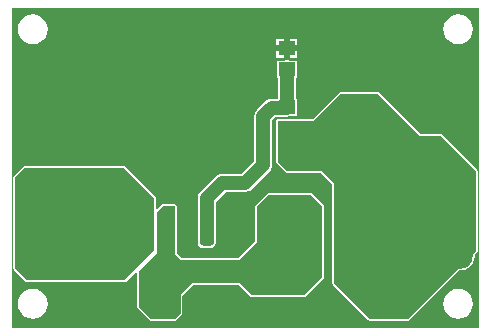
<source format=gtl>
G04*
G04 #@! TF.GenerationSoftware,Altium Limited,Altium Designer,20.2.5 (213)*
G04*
G04 Layer_Physical_Order=1*
G04 Layer_Color=255*
%FSLAX25Y25*%
%MOIN*%
G70*
G04*
G04 #@! TF.SameCoordinates,D13279C3-A8A1-413E-BFD4-EE2126F61682*
G04*
G04*
G04 #@! TF.FilePolarity,Positive*
G04*
G01*
G75*
G04:AMPARAMS|DCode=12|XSize=47.24mil|YSize=121.06mil|CornerRadius=11.81mil|HoleSize=0mil|Usage=FLASHONLY|Rotation=180.000|XOffset=0mil|YOffset=0mil|HoleType=Round|Shape=RoundedRectangle|*
%AMROUNDEDRECTD12*
21,1,0.04724,0.09744,0,0,180.0*
21,1,0.02362,0.12106,0,0,180.0*
1,1,0.02362,-0.01181,0.04872*
1,1,0.02362,0.01181,0.04872*
1,1,0.02362,0.01181,-0.04872*
1,1,0.02362,-0.01181,-0.04872*
%
%ADD12ROUNDEDRECTD12*%
G04:AMPARAMS|DCode=13|XSize=47.24mil|YSize=118.7mil|CornerRadius=11.81mil|HoleSize=0mil|Usage=FLASHONLY|Rotation=0.000|XOffset=0mil|YOffset=0mil|HoleType=Round|Shape=RoundedRectangle|*
%AMROUNDEDRECTD13*
21,1,0.04724,0.09508,0,0,0.0*
21,1,0.02362,0.11870,0,0,0.0*
1,1,0.02362,0.01181,-0.04754*
1,1,0.02362,-0.01181,-0.04754*
1,1,0.02362,-0.01181,0.04754*
1,1,0.02362,0.01181,0.04754*
%
%ADD13ROUNDEDRECTD13*%
%ADD14R,0.35433X0.39370*%
%ADD15R,0.11417X0.21260*%
%ADD16R,0.05315X0.04528*%
%ADD17R,0.09843X0.06693*%
%ADD27C,0.04724*%
%ADD28O,0.08268X0.05512*%
G04:AMPARAMS|DCode=29|XSize=157.48mil|YSize=157.48mil|CornerRadius=39.37mil|HoleSize=0mil|Usage=FLASHONLY|Rotation=0.000|XOffset=0mil|YOffset=0mil|HoleType=Round|Shape=RoundedRectangle|*
%AMROUNDEDRECTD29*
21,1,0.15748,0.07874,0,0,0.0*
21,1,0.07874,0.15748,0,0,0.0*
1,1,0.07874,0.03937,-0.03937*
1,1,0.07874,-0.03937,-0.03937*
1,1,0.07874,-0.03937,0.03937*
1,1,0.07874,0.03937,0.03937*
%
%ADD29ROUNDEDRECTD29*%
%ADD30C,0.02756*%
G36*
X491315Y246874D02*
X335456D01*
Y353520D01*
X491315D01*
Y246874D01*
D02*
G37*
%LPC*%
G36*
X484252Y351428D02*
X482965Y351259D01*
X481766Y350762D01*
X480736Y349972D01*
X479946Y348942D01*
X479450Y347743D01*
X479280Y346457D01*
X479450Y345170D01*
X479946Y343971D01*
X480736Y342941D01*
X481766Y342151D01*
X482965Y341654D01*
X484252Y341485D01*
X485539Y341654D01*
X486738Y342151D01*
X487768Y342941D01*
X488558Y343971D01*
X489054Y345170D01*
X489224Y346457D01*
X489054Y347743D01*
X488558Y348942D01*
X487768Y349972D01*
X486738Y350762D01*
X485539Y351259D01*
X484252Y351428D01*
D02*
G37*
G36*
X342520D02*
X341233Y351259D01*
X340034Y350762D01*
X339004Y349972D01*
X338214Y348942D01*
X337717Y347743D01*
X337548Y346457D01*
X337717Y345170D01*
X338214Y343971D01*
X339004Y342941D01*
X340034Y342151D01*
X341233Y341654D01*
X342520Y341485D01*
X343806Y341654D01*
X345005Y342151D01*
X346035Y342941D01*
X346825Y343971D01*
X347322Y345170D01*
X347491Y346457D01*
X347322Y347743D01*
X346825Y348942D01*
X346035Y349972D01*
X345005Y350762D01*
X343806Y351259D01*
X342520Y351428D01*
D02*
G37*
G36*
X430610Y343110D02*
X428150D01*
Y341043D01*
X430610D01*
Y343110D01*
D02*
G37*
G36*
X426181D02*
X423721D01*
Y341043D01*
X426181D01*
Y343110D01*
D02*
G37*
G36*
X430610Y339075D02*
X428150D01*
Y337008D01*
X430610D01*
Y339075D01*
D02*
G37*
G36*
X426181D02*
X423721D01*
Y337008D01*
X426181D01*
Y339075D01*
D02*
G37*
G36*
X427165Y336156D02*
X426393Y336054D01*
X426339Y336032D01*
X423909D01*
Y330307D01*
X424179D01*
Y323262D01*
X422059D01*
X422059Y323262D01*
X421286Y323160D01*
X420566Y322862D01*
X419947Y322387D01*
X417180Y319620D01*
X416705Y319001D01*
X416407Y318281D01*
X416305Y317508D01*
Y302418D01*
X412149Y298262D01*
X405512D01*
X404739Y298160D01*
X404019Y297862D01*
X403400Y297387D01*
X398339Y292326D01*
X397865Y291708D01*
X397566Y290987D01*
X397465Y290215D01*
Y284879D01*
X397455Y284833D01*
Y275325D01*
X397593Y274630D01*
X397987Y274042D01*
X398575Y273649D01*
X399270Y273510D01*
X401632D01*
X402326Y273649D01*
X402915Y274042D01*
X403308Y274630D01*
X403446Y275325D01*
Y284833D01*
X403437Y284879D01*
Y288978D01*
X406749Y292289D01*
X413386D01*
X414159Y292391D01*
X414879Y292689D01*
X415497Y293164D01*
X421403Y299069D01*
X421877Y299688D01*
X422176Y300408D01*
X422277Y301181D01*
Y316271D01*
X423296Y317289D01*
X427067D01*
X427840Y317391D01*
X428131Y317512D01*
X430421D01*
Y323236D01*
X430152D01*
Y330307D01*
X430421D01*
Y336032D01*
X427992D01*
X427938Y336054D01*
X427165Y336156D01*
D02*
G37*
G36*
X373031Y300845D02*
X339567D01*
X339109Y300655D01*
X336156Y297702D01*
X335966Y297244D01*
X335966Y266732D01*
X336156Y266274D01*
X340093Y262337D01*
X340551Y262147D01*
X373031Y262147D01*
X373489Y262337D01*
X376805Y265653D01*
X377305Y265446D01*
Y253937D01*
X377495Y253479D01*
X381432Y249542D01*
X381890Y249352D01*
X389764D01*
X390222Y249542D01*
X392190Y251511D01*
X392380Y251969D01*
Y257606D01*
X395938Y261163D01*
X411149D01*
X414896Y257416D01*
X415354Y257226D01*
X433071D01*
X433529Y257416D01*
X439434Y263321D01*
X439624Y263779D01*
Y287402D01*
X439434Y287860D01*
X435497Y291797D01*
X435039Y291986D01*
X421260D01*
X420802Y291797D01*
X416865Y287860D01*
X416675Y287402D01*
Y275859D01*
X411149Y270333D01*
X392001D01*
X390411Y271922D01*
Y287402D01*
X390222Y287860D01*
X389764Y288049D01*
X385827D01*
X385369Y287860D01*
X383984Y286474D01*
X383522Y286666D01*
Y290354D01*
X383332Y290812D01*
X373489Y300655D01*
X373031Y300845D01*
D02*
G37*
G36*
X484252Y259893D02*
X482965Y259723D01*
X481766Y259227D01*
X480736Y258437D01*
X479946Y257407D01*
X479450Y256208D01*
X479280Y254921D01*
X479450Y253635D01*
X479946Y252435D01*
X480736Y251406D01*
X481766Y250616D01*
X482965Y250119D01*
X484252Y249950D01*
X485539Y250119D01*
X486738Y250616D01*
X487768Y251406D01*
X488558Y252435D01*
X489054Y253635D01*
X489224Y254921D01*
X489054Y256208D01*
X488558Y257407D01*
X487768Y258437D01*
X486738Y259227D01*
X485539Y259723D01*
X484252Y259893D01*
D02*
G37*
G36*
X342520D02*
X341233Y259723D01*
X340034Y259227D01*
X339004Y258437D01*
X338214Y257407D01*
X337717Y256208D01*
X337548Y254921D01*
X337717Y253635D01*
X338214Y252435D01*
X339004Y251406D01*
X340034Y250616D01*
X341233Y250119D01*
X342520Y249950D01*
X343806Y250119D01*
X345005Y250616D01*
X346035Y251406D01*
X346825Y252435D01*
X347322Y253635D01*
X347491Y254921D01*
X347322Y256208D01*
X346825Y257407D01*
X346035Y258437D01*
X345005Y259227D01*
X343806Y259723D01*
X342520Y259893D01*
D02*
G37*
G36*
X457677Y325451D02*
X444882D01*
X444424Y325261D01*
X435755Y316593D01*
X424213D01*
X423755Y316403D01*
X423565Y315945D01*
Y302165D01*
X423755Y301707D01*
X426707Y298755D01*
X427165Y298565D01*
X438708D01*
X442266Y295007D01*
Y261811D01*
X442455Y261353D01*
X454266Y249542D01*
X454724Y249352D01*
X467520Y249352D01*
X467978Y249542D01*
X484530Y266095D01*
X485236D01*
X486420Y266251D01*
X487524Y266708D01*
X488471Y267435D01*
X489198Y268382D01*
X489655Y269485D01*
X489811Y270669D01*
Y271375D01*
X490616Y272180D01*
X490805Y272638D01*
X490805Y299213D01*
X490616Y299671D01*
X478804Y311482D01*
X478346Y311671D01*
X471725D01*
X458135Y325261D01*
X457677Y325451D01*
D02*
G37*
%LPD*%
G36*
X438976Y287402D02*
Y263779D01*
X433071Y257874D01*
X415354D01*
X411417Y261811D01*
X395669D01*
X391732Y257874D01*
Y251969D01*
X389764Y250000D01*
X381890D01*
X377953Y253937D01*
Y265748D01*
X383858Y271654D01*
Y285433D01*
X385827Y287402D01*
X389764D01*
Y271654D01*
X391732Y269685D01*
X411417D01*
X417323Y275590D01*
Y287402D01*
X421260Y291339D01*
X435039D01*
X438976Y287402D01*
D02*
G37*
G36*
X382874Y290354D02*
Y272638D01*
X373031Y262795D01*
X340551Y262795D01*
X336614Y266732D01*
X336614Y297244D01*
X339567Y300197D01*
X373031D01*
X382874Y290354D01*
D02*
G37*
G36*
X471457Y311024D02*
X478346D01*
X490158Y299213D01*
X490157Y272638D01*
X467520Y250000D01*
X454724Y250000D01*
X442913Y261811D01*
Y295276D01*
X438976Y299213D01*
X427165D01*
X424213Y302165D01*
Y315945D01*
X436024D01*
X444882Y324803D01*
X457677D01*
X471457Y311024D01*
D02*
G37*
D12*
X380201Y279961D02*
D03*
D13*
X386951Y280079D02*
D03*
X393701D02*
D03*
X400451D02*
D03*
X407201D02*
D03*
D14*
X393701Y321461D02*
D03*
D15*
X463976Y277559D02*
D03*
X425787D02*
D03*
D16*
X427165Y320374D02*
D03*
Y313484D02*
D03*
Y340059D02*
D03*
Y333169D02*
D03*
D17*
X385827Y255906D02*
D03*
X401575D02*
D03*
D27*
X400451Y290215D02*
X405512Y295276D01*
X413386D01*
X400451Y280079D02*
Y290215D01*
X419291Y301181D02*
Y317508D01*
X413386Y295276D02*
X419291Y301181D01*
X422059Y320276D02*
X427067D01*
X419291Y317508D02*
X422059Y320276D01*
X427067D02*
X427165Y320374D01*
Y333169D01*
D28*
X352362Y292323D02*
D03*
Y306102D02*
D03*
X452756Y319882D02*
D03*
Y333661D02*
D03*
D29*
X481299Y328740D02*
D03*
X350394Y329724D02*
D03*
X481299Y274606D02*
D03*
X350394Y273622D02*
D03*
D30*
X466535Y342520D02*
D03*
X460630Y330709D02*
D03*
X466535Y318898D02*
D03*
X454724Y342520D02*
D03*
X442913D02*
D03*
X437008Y330709D02*
D03*
X431102Y295275D02*
D03*
X419291Y342520D02*
D03*
X413386Y330709D02*
D03*
Y307086D02*
D03*
Y283465D02*
D03*
X395669Y295275D02*
D03*
X383858D02*
D03*
X372047Y342520D02*
D03*
X366142Y330709D02*
D03*
X372047Y318898D02*
D03*
X366142Y307086D02*
D03*
X360236Y342520D02*
D03*
Y318898D02*
D03*
X348425D02*
D03*
X342520Y307086D02*
D03*
M02*

</source>
